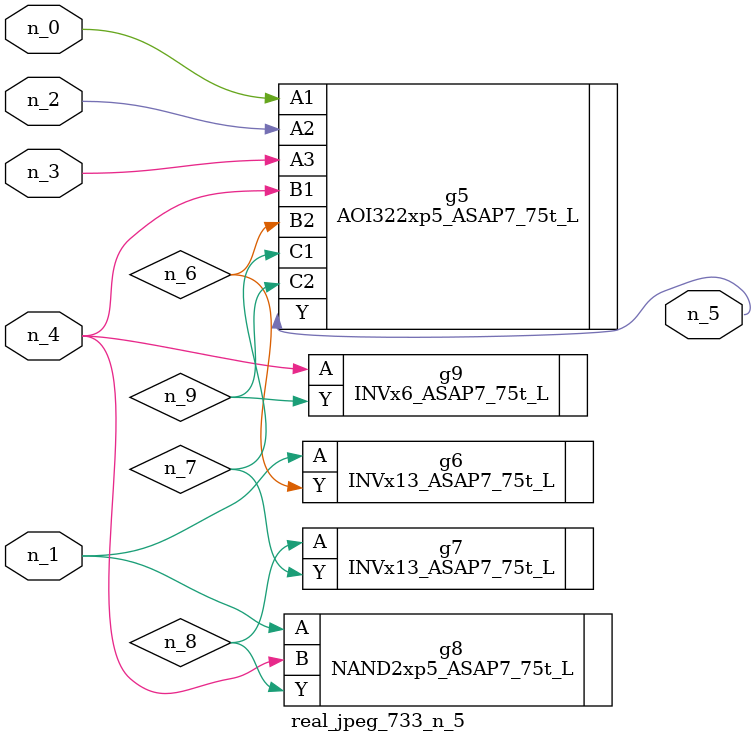
<source format=v>
module real_jpeg_733_n_5 (n_4, n_0, n_1, n_2, n_3, n_5);

input n_4;
input n_0;
input n_1;
input n_2;
input n_3;

output n_5;

wire n_8;
wire n_6;
wire n_7;
wire n_9;

AOI322xp5_ASAP7_75t_L g5 ( 
.A1(n_0),
.A2(n_2),
.A3(n_3),
.B1(n_4),
.B2(n_6),
.C1(n_7),
.C2(n_9),
.Y(n_5)
);

INVx13_ASAP7_75t_L g6 ( 
.A(n_1),
.Y(n_6)
);

NAND2xp5_ASAP7_75t_L g8 ( 
.A(n_1),
.B(n_4),
.Y(n_8)
);

INVx6_ASAP7_75t_L g9 ( 
.A(n_4),
.Y(n_9)
);

INVx13_ASAP7_75t_L g7 ( 
.A(n_8),
.Y(n_7)
);


endmodule
</source>
